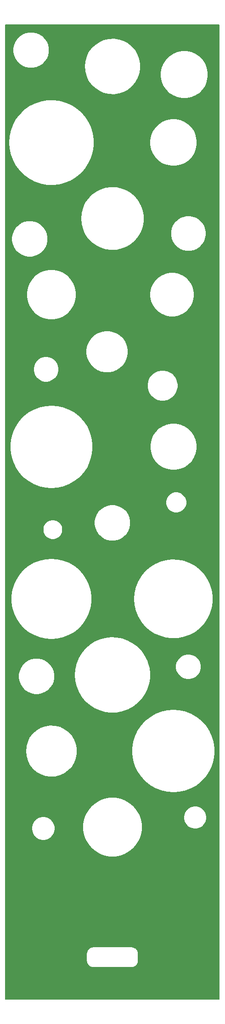
<source format=gtl>
G04 #@! TF.GenerationSoftware,KiCad,Pcbnew,5.1.5+dfsg1-2build2*
G04 #@! TF.CreationDate,2021-12-29T19:23:41+01:00*
G04 #@! TF.ProjectId,wall_usb,77616c6c-5f75-4736-922e-6b696361645f,rev?*
G04 #@! TF.SameCoordinates,Original*
G04 #@! TF.FileFunction,Copper,L1,Top*
G04 #@! TF.FilePolarity,Positive*
%FSLAX46Y46*%
G04 Gerber Fmt 4.6, Leading zero omitted, Abs format (unit mm)*
G04 Created by KiCad (PCBNEW 5.1.5+dfsg1-2build2) date 2021-12-29 19:23:41*
%MOMM*%
%LPD*%
G04 APERTURE LIST*
%ADD10C,0.800000*%
%ADD11C,0.127000*%
G04 APERTURE END LIST*
D10*
X129500000Y-166000000D03*
X112000000Y-162500000D03*
X105000000Y-161500000D03*
X120000000Y-159500000D03*
X119500000Y-153500000D03*
X110000000Y-146000000D03*
X129000000Y-143500000D03*
X119500000Y-130000000D03*
X119000000Y-124500000D03*
X120000000Y-117000000D03*
X127500000Y-118000000D03*
X129000000Y-114000000D03*
X136000000Y-117500000D03*
X136500000Y-115000000D03*
X137500000Y-106000000D03*
X127500000Y-109000000D03*
X126500000Y-105500000D03*
X115500000Y-107000000D03*
X104000000Y-110500000D03*
X105000000Y-107500000D03*
X113500000Y-117000000D03*
X113500000Y-111500000D03*
X104000000Y-116000000D03*
X122500000Y-100500000D03*
X119500000Y-94500000D03*
X121500000Y-88000000D03*
X113000000Y-87000000D03*
X103500000Y-77500000D03*
X112500000Y-77500000D03*
X122000000Y-74000000D03*
X116500000Y-68500000D03*
X124000000Y-67000000D03*
X126000000Y-62500000D03*
X110500000Y-62500000D03*
X111500000Y-54500000D03*
X104000000Y-54000000D03*
X123500000Y-46500000D03*
X128000000Y-53000000D03*
X136000000Y-52500000D03*
X137000000Y-63000000D03*
X135000000Y-83000000D03*
X126500000Y-83000000D03*
X126000000Y-36500000D03*
X119500000Y-42500000D03*
X111500000Y-28500000D03*
X109600000Y-181000000D03*
X114600000Y-187200000D03*
X101600000Y-181200000D03*
X101800000Y-173400000D03*
X102800000Y-167400000D03*
X104600000Y-188400000D03*
X126200000Y-186200000D03*
X138600000Y-185600000D03*
X134800000Y-182800000D03*
D11*
G36*
X139686501Y-20313500D02*
G01*
X139686500Y-199686500D01*
X100313500Y-199686500D01*
X100313500Y-192589163D01*
X115211500Y-192589163D01*
X115212754Y-192601901D01*
X115212711Y-192608129D01*
X115213105Y-192612138D01*
X115233506Y-192806235D01*
X115238762Y-192831844D01*
X115243663Y-192857533D01*
X115244827Y-192861390D01*
X115302539Y-193047827D01*
X115312664Y-193071914D01*
X115322467Y-193096177D01*
X115324356Y-193099729D01*
X115324358Y-193099734D01*
X115324361Y-193099738D01*
X115417183Y-193271410D01*
X115431807Y-193293091D01*
X115446123Y-193314969D01*
X115448663Y-193318083D01*
X115448668Y-193318090D01*
X115448674Y-193318096D01*
X115573073Y-193468468D01*
X115591617Y-193486883D01*
X115609922Y-193505575D01*
X115613020Y-193508137D01*
X115613026Y-193508143D01*
X115613033Y-193508147D01*
X115764268Y-193631492D01*
X115786016Y-193645942D01*
X115807622Y-193660736D01*
X115811161Y-193662649D01*
X115811165Y-193662652D01*
X115811169Y-193662654D01*
X115983488Y-193754277D01*
X116007669Y-193764244D01*
X116031696Y-193774542D01*
X116035538Y-193775731D01*
X116035545Y-193775734D01*
X116035552Y-193775735D01*
X116222381Y-193832142D01*
X116248044Y-193837224D01*
X116273607Y-193842657D01*
X116277604Y-193843077D01*
X116277614Y-193843079D01*
X116277623Y-193843079D01*
X116471847Y-193862123D01*
X116471854Y-193862123D01*
X116485836Y-193863500D01*
X123514164Y-193863500D01*
X123526902Y-193862246D01*
X123533129Y-193862289D01*
X123537138Y-193861895D01*
X123731235Y-193841494D01*
X123756844Y-193836238D01*
X123782533Y-193831337D01*
X123786388Y-193830174D01*
X123786394Y-193830172D01*
X123972827Y-193772461D01*
X123996914Y-193762336D01*
X124021177Y-193752533D01*
X124024729Y-193750644D01*
X124024734Y-193750642D01*
X124024738Y-193750639D01*
X124196410Y-193657817D01*
X124218091Y-193643193D01*
X124239969Y-193628877D01*
X124243083Y-193626337D01*
X124243090Y-193626332D01*
X124243096Y-193626326D01*
X124393468Y-193501927D01*
X124411883Y-193483383D01*
X124430575Y-193465078D01*
X124433137Y-193461980D01*
X124433143Y-193461974D01*
X124433147Y-193461967D01*
X124556492Y-193310732D01*
X124570942Y-193288984D01*
X124585736Y-193267378D01*
X124587649Y-193263839D01*
X124587652Y-193263835D01*
X124587654Y-193263831D01*
X124679277Y-193091512D01*
X124689244Y-193067331D01*
X124699542Y-193043304D01*
X124700731Y-193039462D01*
X124700734Y-193039455D01*
X124700735Y-193039448D01*
X124757142Y-192852619D01*
X124762224Y-192826956D01*
X124767657Y-192801393D01*
X124768077Y-192797396D01*
X124768079Y-192797386D01*
X124768079Y-192797377D01*
X124787123Y-192603153D01*
X124787123Y-192603146D01*
X124788500Y-192589164D01*
X124788500Y-191310836D01*
X124787246Y-191298098D01*
X124787289Y-191291870D01*
X124786895Y-191287861D01*
X124766494Y-191093765D01*
X124761238Y-191068156D01*
X124756337Y-191042467D01*
X124755173Y-191038610D01*
X124697461Y-190852172D01*
X124687330Y-190828072D01*
X124677533Y-190803823D01*
X124675642Y-190800267D01*
X124675642Y-190800266D01*
X124675639Y-190800262D01*
X124582817Y-190628590D01*
X124568186Y-190606897D01*
X124553876Y-190585031D01*
X124551338Y-190581918D01*
X124551332Y-190581910D01*
X124551325Y-190581903D01*
X124426927Y-190431532D01*
X124408383Y-190413117D01*
X124390078Y-190394425D01*
X124386975Y-190391858D01*
X124235732Y-190268508D01*
X124213984Y-190254058D01*
X124192378Y-190239264D01*
X124188843Y-190237353D01*
X124188835Y-190237348D01*
X124188827Y-190237345D01*
X124016512Y-190145723D01*
X123992371Y-190135773D01*
X123968304Y-190125458D01*
X123964456Y-190124267D01*
X123777620Y-190067858D01*
X123751948Y-190062775D01*
X123726393Y-190057343D01*
X123722397Y-190056923D01*
X123722386Y-190056921D01*
X123722376Y-190056921D01*
X123528153Y-190037877D01*
X123528146Y-190037877D01*
X123514164Y-190036500D01*
X116485836Y-190036500D01*
X116473098Y-190037754D01*
X116466870Y-190037711D01*
X116462861Y-190038105D01*
X116268765Y-190058506D01*
X116243156Y-190063762D01*
X116217467Y-190068663D01*
X116213612Y-190069826D01*
X116213606Y-190069828D01*
X116027172Y-190127539D01*
X116003072Y-190137670D01*
X115978823Y-190147467D01*
X115975271Y-190149356D01*
X115975266Y-190149358D01*
X115975265Y-190149359D01*
X115803590Y-190242183D01*
X115781897Y-190256814D01*
X115760031Y-190271124D01*
X115756918Y-190273662D01*
X115756910Y-190273668D01*
X115756903Y-190273675D01*
X115606532Y-190398073D01*
X115588117Y-190416617D01*
X115569425Y-190434922D01*
X115566858Y-190438025D01*
X115443508Y-190589268D01*
X115429058Y-190611016D01*
X115414264Y-190632622D01*
X115412353Y-190636157D01*
X115412348Y-190636165D01*
X115412345Y-190636173D01*
X115320723Y-190808488D01*
X115310773Y-190832629D01*
X115300458Y-190856696D01*
X115299267Y-190860544D01*
X115242858Y-191047380D01*
X115237775Y-191073052D01*
X115232343Y-191098607D01*
X115231923Y-191102603D01*
X115231921Y-191102614D01*
X115231921Y-191102624D01*
X115212877Y-191296847D01*
X115212877Y-191296864D01*
X115211501Y-191310836D01*
X115211500Y-192589163D01*
X100313500Y-192589163D01*
X100313500Y-168036467D01*
X105081963Y-168036467D01*
X105081963Y-168463533D01*
X105165280Y-168882393D01*
X105328711Y-169276951D01*
X105565976Y-169632043D01*
X105867957Y-169934024D01*
X106223049Y-170171289D01*
X106617607Y-170334720D01*
X107036467Y-170418037D01*
X107463533Y-170418037D01*
X107882393Y-170334720D01*
X108276951Y-170171289D01*
X108632043Y-169934024D01*
X108934024Y-169632043D01*
X109171289Y-169276951D01*
X109334720Y-168882393D01*
X109418037Y-168463533D01*
X109418037Y-168036467D01*
X109334720Y-167617607D01*
X109294110Y-167519564D01*
X114508594Y-167519564D01*
X114508594Y-168480436D01*
X114675448Y-169426709D01*
X115004085Y-170329633D01*
X115484521Y-171161772D01*
X116102157Y-171897843D01*
X116838228Y-172515479D01*
X117670367Y-172995915D01*
X118573291Y-173324552D01*
X119519564Y-173491406D01*
X120480436Y-173491406D01*
X121426709Y-173324552D01*
X122329633Y-172995915D01*
X123161772Y-172515479D01*
X123897843Y-171897843D01*
X124515479Y-171161772D01*
X124995915Y-170329633D01*
X125324552Y-169426709D01*
X125491406Y-168480436D01*
X125491406Y-167519564D01*
X125324552Y-166573291D01*
X125131029Y-166041589D01*
X133133972Y-166041589D01*
X133133972Y-166458411D01*
X133215289Y-166867223D01*
X133374800Y-167252315D01*
X133606373Y-167598890D01*
X133901110Y-167893627D01*
X134247685Y-168125200D01*
X134632777Y-168284711D01*
X135041589Y-168366028D01*
X135458411Y-168366028D01*
X135867223Y-168284711D01*
X136252315Y-168125200D01*
X136598890Y-167893627D01*
X136893627Y-167598890D01*
X137125200Y-167252315D01*
X137284711Y-166867223D01*
X137366028Y-166458411D01*
X137366028Y-166041589D01*
X137284711Y-165632777D01*
X137125200Y-165247685D01*
X136893627Y-164901110D01*
X136598890Y-164606373D01*
X136252315Y-164374800D01*
X135867223Y-164215289D01*
X135458411Y-164133972D01*
X135041589Y-164133972D01*
X134632777Y-164215289D01*
X134247685Y-164374800D01*
X133901110Y-164606373D01*
X133606373Y-164901110D01*
X133374800Y-165247685D01*
X133215289Y-165632777D01*
X133133972Y-166041589D01*
X125131029Y-166041589D01*
X124995915Y-165670367D01*
X124515479Y-164838228D01*
X123897843Y-164102157D01*
X123161772Y-163484521D01*
X122329633Y-163004085D01*
X121426709Y-162675448D01*
X120480436Y-162508594D01*
X119519564Y-162508594D01*
X118573291Y-162675448D01*
X117670367Y-163004085D01*
X116838228Y-163484521D01*
X116102157Y-164102157D01*
X115484521Y-164838228D01*
X115004085Y-165670367D01*
X114675448Y-166573291D01*
X114508594Y-167519564D01*
X109294110Y-167519564D01*
X109171289Y-167223049D01*
X108934024Y-166867957D01*
X108632043Y-166565976D01*
X108276951Y-166328711D01*
X107882393Y-166165280D01*
X107463533Y-166081963D01*
X107036467Y-166081963D01*
X106617607Y-166165280D01*
X106223049Y-166328711D01*
X105867957Y-166565976D01*
X105565976Y-166867957D01*
X105328711Y-167223049D01*
X105165280Y-167617607D01*
X105081963Y-168036467D01*
X100313500Y-168036467D01*
X100313500Y-154000000D01*
X103961489Y-154000000D01*
X104048024Y-154906232D01*
X104304500Y-155779710D01*
X104721648Y-156588865D01*
X105284392Y-157304451D01*
X105972391Y-157900606D01*
X106760781Y-158355783D01*
X107621066Y-158653530D01*
X108522153Y-158783087D01*
X109431476Y-158739771D01*
X110316169Y-158525147D01*
X111144256Y-158146972D01*
X111885808Y-157618915D01*
X112514024Y-156960061D01*
X113006198Y-156194223D01*
X113344543Y-155349079D01*
X113516828Y-154455177D01*
X113516828Y-153544823D01*
X113493983Y-153426287D01*
X123594326Y-153426287D01*
X123594326Y-154573713D01*
X123765341Y-155708325D01*
X124103551Y-156804775D01*
X124601401Y-157838570D01*
X125247769Y-158786619D01*
X126028218Y-159627743D01*
X126925312Y-160343152D01*
X127919013Y-160916865D01*
X128987123Y-161336067D01*
X130105782Y-161591394D01*
X131250000Y-161677141D01*
X132394218Y-161591394D01*
X133512877Y-161336067D01*
X134580987Y-160916865D01*
X135574688Y-160343152D01*
X136471782Y-159627743D01*
X137252231Y-158786619D01*
X137898599Y-157838571D01*
X138396449Y-156804775D01*
X138734659Y-155708325D01*
X138905674Y-154573713D01*
X138905674Y-153426287D01*
X138734659Y-152291675D01*
X138396449Y-151195225D01*
X137898599Y-150161430D01*
X137252231Y-149213381D01*
X136471782Y-148372257D01*
X135574688Y-147656848D01*
X134580987Y-147083135D01*
X133512877Y-146663933D01*
X132394218Y-146408606D01*
X131250000Y-146322859D01*
X130105782Y-146408606D01*
X128987123Y-146663933D01*
X127919013Y-147083135D01*
X126925312Y-147656848D01*
X126028218Y-148372257D01*
X125247769Y-149213381D01*
X124601401Y-150161430D01*
X124103551Y-151195225D01*
X123765341Y-152291675D01*
X123594326Y-153426287D01*
X113493983Y-153426287D01*
X113344543Y-152650921D01*
X113006198Y-151805777D01*
X112514024Y-151039939D01*
X111885808Y-150381085D01*
X111144256Y-149853028D01*
X110316169Y-149474853D01*
X109431476Y-149260229D01*
X108522153Y-149216913D01*
X107621066Y-149346470D01*
X106760781Y-149644217D01*
X105972391Y-150099394D01*
X105284392Y-150695549D01*
X104721648Y-151411135D01*
X104304500Y-152220290D01*
X104048024Y-153093768D01*
X103961489Y-154000000D01*
X100313500Y-154000000D01*
X100313500Y-139920809D01*
X102657672Y-139920809D01*
X102657672Y-140579191D01*
X102786116Y-141224921D01*
X103038067Y-141833186D01*
X103403844Y-142380610D01*
X103869390Y-142846156D01*
X104416814Y-143211933D01*
X105025079Y-143463884D01*
X105670809Y-143592328D01*
X106329191Y-143592328D01*
X106974921Y-143463884D01*
X107583186Y-143211933D01*
X108130610Y-142846156D01*
X108596156Y-142380610D01*
X108961933Y-141833186D01*
X109213884Y-141224921D01*
X109342328Y-140579191D01*
X109342328Y-140000000D01*
X112970668Y-140000000D01*
X113053049Y-141073022D01*
X113298260Y-142120894D01*
X113700555Y-143119054D01*
X114250503Y-144044106D01*
X114935215Y-144874367D01*
X115738640Y-145590378D01*
X116641949Y-146175354D01*
X117623967Y-146615586D01*
X118661678Y-146900754D01*
X119730757Y-147024174D01*
X120806148Y-146982953D01*
X121862643Y-146778058D01*
X122875479Y-146414291D01*
X123820917Y-145900178D01*
X124676795Y-145247770D01*
X125423054Y-144472359D01*
X126042200Y-143592120D01*
X126519723Y-142627684D01*
X126844428Y-141601658D01*
X127008707Y-140538090D01*
X127008707Y-139461910D01*
X126844428Y-138398342D01*
X126802958Y-138267301D01*
X131637368Y-138267301D01*
X131637368Y-138732699D01*
X131728162Y-139189154D01*
X131906262Y-139619126D01*
X132164824Y-140006090D01*
X132493910Y-140335176D01*
X132880874Y-140593738D01*
X133310846Y-140771838D01*
X133767301Y-140862632D01*
X134232699Y-140862632D01*
X134689154Y-140771838D01*
X135119126Y-140593738D01*
X135506090Y-140335176D01*
X135835176Y-140006090D01*
X136093738Y-139619126D01*
X136271838Y-139189154D01*
X136362632Y-138732699D01*
X136362632Y-138267301D01*
X136271838Y-137810846D01*
X136093738Y-137380874D01*
X135835176Y-136993910D01*
X135506090Y-136664824D01*
X135119126Y-136406262D01*
X134689154Y-136228162D01*
X134232699Y-136137368D01*
X133767301Y-136137368D01*
X133310846Y-136228162D01*
X132880874Y-136406262D01*
X132493910Y-136664824D01*
X132164824Y-136993910D01*
X131906262Y-137380874D01*
X131728162Y-137810846D01*
X131637368Y-138267301D01*
X126802958Y-138267301D01*
X126519723Y-137372316D01*
X126042200Y-136407880D01*
X125423054Y-135527641D01*
X124676795Y-134752230D01*
X123820917Y-134099822D01*
X122875479Y-133585709D01*
X121862643Y-133221942D01*
X120806148Y-133017047D01*
X119730757Y-132975826D01*
X118661678Y-133099246D01*
X117623967Y-133384414D01*
X116641949Y-133824646D01*
X115738640Y-134409622D01*
X114935215Y-135125633D01*
X114250503Y-135955894D01*
X113700555Y-136880946D01*
X113298260Y-137879106D01*
X113053049Y-138926978D01*
X112970668Y-140000000D01*
X109342328Y-140000000D01*
X109342328Y-139920809D01*
X109213884Y-139275079D01*
X108961933Y-138666814D01*
X108596156Y-138119390D01*
X108130610Y-137653844D01*
X107583186Y-137288067D01*
X106974921Y-137036116D01*
X106329191Y-136907672D01*
X105670809Y-136907672D01*
X105025079Y-137036116D01*
X104416814Y-137288067D01*
X103869390Y-137653844D01*
X103403844Y-138119390D01*
X103038067Y-138666814D01*
X102786116Y-139275079D01*
X102657672Y-139920809D01*
X100313500Y-139920809D01*
X100313500Y-125441824D01*
X101301654Y-125441824D01*
X101301654Y-126558176D01*
X101468038Y-127662060D01*
X101797089Y-128728817D01*
X102281456Y-129734615D01*
X102910320Y-130656989D01*
X103669633Y-131475334D01*
X104542432Y-132171368D01*
X105509222Y-132729545D01*
X106548406Y-133137394D01*
X107636769Y-133385806D01*
X108750000Y-133469231D01*
X109863231Y-133385806D01*
X110951594Y-133137394D01*
X111990778Y-132729545D01*
X112957568Y-132171368D01*
X113830367Y-131475334D01*
X114589680Y-130656989D01*
X115218544Y-129734616D01*
X115702911Y-128728817D01*
X116031962Y-127662060D01*
X116198346Y-126558176D01*
X116198346Y-126000000D01*
X123918337Y-126000000D01*
X124004261Y-127119173D01*
X124260019Y-128212114D01*
X124679616Y-129253204D01*
X125253218Y-130218043D01*
X125967378Y-131084013D01*
X126805360Y-131830819D01*
X127747519Y-132440956D01*
X128771774Y-132900122D01*
X129854117Y-133197555D01*
X130969177Y-133326283D01*
X132090820Y-133283289D01*
X133192755Y-133069582D01*
X134249153Y-132690169D01*
X135235254Y-132153944D01*
X136127944Y-131473477D01*
X136906299Y-130664715D01*
X137552075Y-129746617D01*
X138050135Y-128740701D01*
X138388807Y-127670545D01*
X138560150Y-126561233D01*
X138560150Y-125438767D01*
X138388807Y-124329455D01*
X138050135Y-123259299D01*
X137552075Y-122253383D01*
X136906299Y-121335285D01*
X136127944Y-120526523D01*
X135235254Y-119846056D01*
X134249153Y-119309831D01*
X133192755Y-118930418D01*
X132090820Y-118716711D01*
X130969177Y-118673717D01*
X129854117Y-118802445D01*
X128771774Y-119099878D01*
X127747519Y-119559044D01*
X126805360Y-120169181D01*
X125967378Y-120915987D01*
X125253218Y-121781957D01*
X124679616Y-122746796D01*
X124260019Y-123787886D01*
X124004261Y-124880827D01*
X123918337Y-126000000D01*
X116198346Y-126000000D01*
X116198346Y-125441824D01*
X116031962Y-124337940D01*
X115702911Y-123271183D01*
X115218544Y-122265385D01*
X114589680Y-121343011D01*
X113830367Y-120524666D01*
X112957568Y-119828632D01*
X111990778Y-119270455D01*
X110951594Y-118862606D01*
X109863231Y-118614194D01*
X108750000Y-118530769D01*
X107636769Y-118614194D01*
X106548406Y-118862606D01*
X105509222Y-119270455D01*
X104542432Y-119828632D01*
X103669633Y-120524666D01*
X102910320Y-121343011D01*
X102281456Y-122265385D01*
X101797089Y-123271183D01*
X101468038Y-124337940D01*
X101301654Y-125441824D01*
X100313500Y-125441824D01*
X100313500Y-113071978D01*
X107192508Y-113071978D01*
X107192508Y-113428022D01*
X107261969Y-113777226D01*
X107398221Y-114106169D01*
X107596029Y-114402209D01*
X107847791Y-114653971D01*
X108143831Y-114851779D01*
X108472774Y-114988031D01*
X108821978Y-115057492D01*
X109178022Y-115057492D01*
X109527226Y-114988031D01*
X109856169Y-114851779D01*
X110152209Y-114653971D01*
X110403971Y-114402209D01*
X110601779Y-114106169D01*
X110738031Y-113777226D01*
X110807492Y-113428022D01*
X110807492Y-113071978D01*
X110738031Y-112722774D01*
X110601779Y-112393831D01*
X110403971Y-112097791D01*
X110152209Y-111846029D01*
X109889975Y-111670809D01*
X116657672Y-111670809D01*
X116657672Y-112329191D01*
X116786116Y-112974921D01*
X117038067Y-113583186D01*
X117403844Y-114130610D01*
X117869390Y-114596156D01*
X118416814Y-114961933D01*
X119025079Y-115213884D01*
X119670809Y-115342328D01*
X120329191Y-115342328D01*
X120974921Y-115213884D01*
X121583186Y-114961933D01*
X122130610Y-114596156D01*
X122596156Y-114130610D01*
X122961933Y-113583186D01*
X123213884Y-112974921D01*
X123342328Y-112329191D01*
X123342328Y-111670809D01*
X123213884Y-111025079D01*
X122961933Y-110416814D01*
X122596156Y-109869390D01*
X122130610Y-109403844D01*
X121583186Y-109038067D01*
X120974921Y-108786116D01*
X120329191Y-108657672D01*
X119670809Y-108657672D01*
X119025079Y-108786116D01*
X118416814Y-109038067D01*
X117869390Y-109403844D01*
X117403844Y-109869390D01*
X117038067Y-110416814D01*
X116786116Y-111025079D01*
X116657672Y-111670809D01*
X109889975Y-111670809D01*
X109856169Y-111648221D01*
X109527226Y-111511969D01*
X109178022Y-111442508D01*
X108821978Y-111442508D01*
X108472774Y-111511969D01*
X108143831Y-111648221D01*
X107847791Y-111846029D01*
X107596029Y-112097791D01*
X107398221Y-112393831D01*
X107261969Y-112722774D01*
X107192508Y-113071978D01*
X100313500Y-113071978D01*
X100313500Y-108059882D01*
X129819701Y-108059882D01*
X129819701Y-108440118D01*
X129893881Y-108813047D01*
X130039391Y-109164339D01*
X130250639Y-109480494D01*
X130519506Y-109749361D01*
X130835661Y-109960609D01*
X131186953Y-110106119D01*
X131559882Y-110180299D01*
X131940118Y-110180299D01*
X132313047Y-110106119D01*
X132664339Y-109960609D01*
X132980494Y-109749361D01*
X133249361Y-109480494D01*
X133460609Y-109164339D01*
X133606119Y-108813047D01*
X133680299Y-108440118D01*
X133680299Y-108059882D01*
X133606119Y-107686953D01*
X133460609Y-107335661D01*
X133249361Y-107019506D01*
X132980494Y-106750639D01*
X132664339Y-106539391D01*
X132313047Y-106393881D01*
X131940118Y-106319701D01*
X131559882Y-106319701D01*
X131186953Y-106393881D01*
X130835661Y-106539391D01*
X130519506Y-106750639D01*
X130250639Y-107019506D01*
X130039391Y-107335661D01*
X129893881Y-107686953D01*
X129819701Y-108059882D01*
X100313500Y-108059882D01*
X100313500Y-97426287D01*
X101094326Y-97426287D01*
X101094326Y-98573713D01*
X101265341Y-99708325D01*
X101603551Y-100804775D01*
X102101401Y-101838570D01*
X102747769Y-102786619D01*
X103528218Y-103627743D01*
X104425312Y-104343152D01*
X105419013Y-104916865D01*
X106487123Y-105336067D01*
X107605782Y-105591394D01*
X108750000Y-105677141D01*
X109894218Y-105591394D01*
X111012877Y-105336067D01*
X112080987Y-104916865D01*
X113074688Y-104343152D01*
X113971782Y-103627743D01*
X114752231Y-102786619D01*
X115398599Y-101838571D01*
X115896449Y-100804775D01*
X116234659Y-99708325D01*
X116405674Y-98573713D01*
X116405674Y-97572792D01*
X126912487Y-97572792D01*
X126912487Y-98427208D01*
X127079176Y-99265206D01*
X127406146Y-100054583D01*
X127880834Y-100765003D01*
X128484997Y-101369166D01*
X129195417Y-101843854D01*
X129984794Y-102170824D01*
X130822792Y-102337513D01*
X131677208Y-102337513D01*
X132515206Y-102170824D01*
X133304583Y-101843854D01*
X134015003Y-101369166D01*
X134619166Y-100765003D01*
X135093854Y-100054583D01*
X135420824Y-99265206D01*
X135587513Y-98427208D01*
X135587513Y-97572792D01*
X135420824Y-96734794D01*
X135093854Y-95945417D01*
X134619166Y-95234997D01*
X134015003Y-94630834D01*
X133304583Y-94156146D01*
X132515206Y-93829176D01*
X131677208Y-93662487D01*
X130822792Y-93662487D01*
X129984794Y-93829176D01*
X129195417Y-94156146D01*
X128484997Y-94630834D01*
X127880834Y-95234997D01*
X127406146Y-95945417D01*
X127079176Y-96734794D01*
X126912487Y-97572792D01*
X116405674Y-97572792D01*
X116405674Y-97426287D01*
X116234659Y-96291675D01*
X115896449Y-95195225D01*
X115398599Y-94161430D01*
X114752231Y-93213381D01*
X113971782Y-92372257D01*
X113074688Y-91656848D01*
X112080987Y-91083135D01*
X111012877Y-90663933D01*
X109894218Y-90408606D01*
X108750000Y-90322859D01*
X107605782Y-90408606D01*
X106487123Y-90663933D01*
X105419013Y-91083135D01*
X104425312Y-91656848D01*
X103528218Y-92372257D01*
X102747769Y-93213381D01*
X102101401Y-94161430D01*
X101603551Y-95195225D01*
X101265341Y-96291675D01*
X101094326Y-97426287D01*
X100313500Y-97426287D01*
X100313500Y-86469818D01*
X126405264Y-86469818D01*
X126405264Y-87030182D01*
X126514586Y-87579779D01*
X126729028Y-88097488D01*
X127040350Y-88563413D01*
X127436587Y-88959650D01*
X127902512Y-89270972D01*
X128420221Y-89485414D01*
X128969818Y-89594736D01*
X129530182Y-89594736D01*
X130079779Y-89485414D01*
X130597488Y-89270972D01*
X131063413Y-88959650D01*
X131459650Y-88563413D01*
X131770972Y-88097488D01*
X131985414Y-87579779D01*
X132094736Y-87030182D01*
X132094736Y-86469818D01*
X131985414Y-85920221D01*
X131770972Y-85402512D01*
X131459650Y-84936587D01*
X131063413Y-84540350D01*
X130597488Y-84229028D01*
X130079779Y-84014586D01*
X129530182Y-83905264D01*
X128969818Y-83905264D01*
X128420221Y-84014586D01*
X127902512Y-84229028D01*
X127436587Y-84540350D01*
X127040350Y-84936587D01*
X126729028Y-85402512D01*
X126514586Y-85920221D01*
X126405264Y-86469818D01*
X100313500Y-86469818D01*
X100313500Y-83518827D01*
X105402857Y-83518827D01*
X105402857Y-83981173D01*
X105493056Y-84434636D01*
X105669989Y-84861789D01*
X105926855Y-85246217D01*
X106253783Y-85573145D01*
X106638211Y-85830011D01*
X107065364Y-86006944D01*
X107518827Y-86097143D01*
X107981173Y-86097143D01*
X108434636Y-86006944D01*
X108861789Y-85830011D01*
X109246217Y-85573145D01*
X109573145Y-85246217D01*
X109830011Y-84861789D01*
X110006944Y-84434636D01*
X110097143Y-83981173D01*
X110097143Y-83518827D01*
X110006944Y-83065364D01*
X109830011Y-82638211D01*
X109573145Y-82253783D01*
X109246217Y-81926855D01*
X108861789Y-81669989D01*
X108434636Y-81493056D01*
X107981173Y-81402857D01*
X107518827Y-81402857D01*
X107065364Y-81493056D01*
X106638211Y-81669989D01*
X106253783Y-81926855D01*
X105926855Y-82253783D01*
X105669989Y-82638211D01*
X105493056Y-83065364D01*
X105402857Y-83518827D01*
X100313500Y-83518827D01*
X100313500Y-80118318D01*
X115124717Y-80118318D01*
X115124717Y-80881682D01*
X115273642Y-81630378D01*
X115565769Y-82335635D01*
X115989871Y-82970349D01*
X116529651Y-83510129D01*
X117164365Y-83934231D01*
X117869622Y-84226358D01*
X118618318Y-84375283D01*
X119381682Y-84375283D01*
X120130378Y-84226358D01*
X120835635Y-83934231D01*
X121470349Y-83510129D01*
X122010129Y-82970349D01*
X122434231Y-82335635D01*
X122726358Y-81630378D01*
X122875283Y-80881682D01*
X122875283Y-80118318D01*
X122726358Y-79369622D01*
X122434231Y-78664365D01*
X122010129Y-78029651D01*
X121470349Y-77489871D01*
X120835635Y-77065769D01*
X120130378Y-76773642D01*
X119381682Y-76624717D01*
X118618318Y-76624717D01*
X117869622Y-76773642D01*
X117164365Y-77065769D01*
X116529651Y-77489871D01*
X115989871Y-78029651D01*
X115565769Y-78664365D01*
X115273642Y-79369622D01*
X115124717Y-80118318D01*
X100313500Y-80118318D01*
X100313500Y-69547568D01*
X104156380Y-69547568D01*
X104156380Y-70452432D01*
X104332910Y-71339910D01*
X104679186Y-72175895D01*
X105181902Y-72928262D01*
X105821738Y-73568098D01*
X106574105Y-74070814D01*
X107410090Y-74417090D01*
X108297568Y-74593620D01*
X109202432Y-74593620D01*
X110089910Y-74417090D01*
X110925895Y-74070814D01*
X111678262Y-73568098D01*
X112318098Y-72928262D01*
X112820814Y-72175895D01*
X113167090Y-71339910D01*
X113343620Y-70452432D01*
X113343620Y-69596481D01*
X126903000Y-69596481D01*
X126903000Y-70403519D01*
X127060445Y-71195051D01*
X127369285Y-71940657D01*
X127817652Y-72611685D01*
X128388315Y-73182348D01*
X129059343Y-73630715D01*
X129804949Y-73939555D01*
X130596481Y-74097000D01*
X131403519Y-74097000D01*
X132195051Y-73939555D01*
X132940657Y-73630715D01*
X133611685Y-73182348D01*
X134182348Y-72611685D01*
X134630715Y-71940657D01*
X134939555Y-71195051D01*
X135097000Y-70403519D01*
X135097000Y-69596481D01*
X134939555Y-68804949D01*
X134630715Y-68059343D01*
X134182348Y-67388315D01*
X133611685Y-66817652D01*
X132940657Y-66369285D01*
X132195051Y-66060445D01*
X131403519Y-65903000D01*
X130596481Y-65903000D01*
X129804949Y-66060445D01*
X129059343Y-66369285D01*
X128388315Y-66817652D01*
X127817652Y-67388315D01*
X127369285Y-68059343D01*
X127060445Y-68804949D01*
X126903000Y-69596481D01*
X113343620Y-69596481D01*
X113343620Y-69547568D01*
X113167090Y-68660090D01*
X112820814Y-67824105D01*
X112318098Y-67071738D01*
X111678262Y-66431902D01*
X110925895Y-65929186D01*
X110089910Y-65582910D01*
X109202432Y-65406380D01*
X108297568Y-65406380D01*
X107410090Y-65582910D01*
X106574105Y-65929186D01*
X105821738Y-66431902D01*
X105181902Y-67071738D01*
X104679186Y-67824105D01*
X104332910Y-68660090D01*
X104156380Y-69547568D01*
X100313500Y-69547568D01*
X100313500Y-59420809D01*
X101407672Y-59420809D01*
X101407672Y-60079191D01*
X101536116Y-60724921D01*
X101788067Y-61333186D01*
X102153844Y-61880610D01*
X102619390Y-62346156D01*
X103166814Y-62711933D01*
X103775079Y-62963884D01*
X104420809Y-63092328D01*
X105079191Y-63092328D01*
X105724921Y-62963884D01*
X106333186Y-62711933D01*
X106880610Y-62346156D01*
X107346156Y-61880610D01*
X107711933Y-61333186D01*
X107963884Y-60724921D01*
X108092328Y-60079191D01*
X108092328Y-59420809D01*
X107963884Y-58775079D01*
X107711933Y-58166814D01*
X107346156Y-57619390D01*
X106880610Y-57153844D01*
X106333186Y-56788067D01*
X105724921Y-56536116D01*
X105079191Y-56407672D01*
X104420809Y-56407672D01*
X103775079Y-56536116D01*
X103166814Y-56788067D01*
X102619390Y-57153844D01*
X102153844Y-57619390D01*
X101788067Y-58166814D01*
X101536116Y-58775079D01*
X101407672Y-59420809D01*
X100313500Y-59420809D01*
X100313500Y-56000000D01*
X114135821Y-56000000D01*
X114220172Y-56991051D01*
X114470798Y-57953591D01*
X114880489Y-58859930D01*
X115437459Y-59683995D01*
X116125685Y-60402077D01*
X116925368Y-60993519D01*
X117813503Y-61441307D01*
X118764539Y-61732559D01*
X119751117Y-61858895D01*
X120744855Y-61816682D01*
X121717165Y-61607133D01*
X122640075Y-61236277D01*
X123487035Y-60714783D01*
X124233680Y-60057653D01*
X124858529Y-59283792D01*
X125336577Y-58428046D01*
X130731142Y-58428046D01*
X130731142Y-59071954D01*
X130856762Y-59703491D01*
X131103175Y-60298385D01*
X131460912Y-60833776D01*
X131916224Y-61289088D01*
X132451615Y-61646825D01*
X133046509Y-61893238D01*
X133678046Y-62018858D01*
X134321954Y-62018858D01*
X134953491Y-61893238D01*
X135548385Y-61646825D01*
X136083776Y-61289088D01*
X136539088Y-60833776D01*
X136896825Y-60298385D01*
X137143238Y-59703491D01*
X137268858Y-59071954D01*
X137268858Y-58428046D01*
X137143238Y-57796509D01*
X136896825Y-57201615D01*
X136539088Y-56666224D01*
X136083776Y-56210912D01*
X135548385Y-55853175D01*
X134953491Y-55606762D01*
X134321954Y-55481142D01*
X133678046Y-55481142D01*
X133046509Y-55606762D01*
X132451615Y-55853175D01*
X131916224Y-56210912D01*
X131460912Y-56666224D01*
X131103175Y-57201615D01*
X130856762Y-57796509D01*
X130731142Y-58428046D01*
X125336577Y-58428046D01*
X125343607Y-58415463D01*
X125674959Y-57477644D01*
X125843053Y-56497317D01*
X125843053Y-55502683D01*
X125674959Y-54522356D01*
X125343607Y-53584537D01*
X124858529Y-52716208D01*
X124233680Y-51942347D01*
X123487035Y-51285217D01*
X122640075Y-50763723D01*
X121717165Y-50392867D01*
X120744855Y-50183318D01*
X119751117Y-50141105D01*
X118764539Y-50267441D01*
X117813503Y-50558693D01*
X116925368Y-51006481D01*
X116125685Y-51597923D01*
X115437459Y-52316005D01*
X114880489Y-53140070D01*
X114470798Y-54046409D01*
X114220172Y-55008949D01*
X114135821Y-56000000D01*
X100313500Y-56000000D01*
X100313500Y-42000000D01*
X100854093Y-42000000D01*
X100938237Y-43149653D01*
X101188875Y-44274804D01*
X101600665Y-45351471D01*
X102164831Y-46356707D01*
X102869348Y-47269087D01*
X103699201Y-48069166D01*
X104636704Y-48739892D01*
X105661873Y-49266968D01*
X106752862Y-49639161D01*
X107886415Y-49848539D01*
X109038374Y-49890639D01*
X110184188Y-49764564D01*
X111299434Y-49473000D01*
X112360343Y-49022163D01*
X113344304Y-48421660D01*
X114230345Y-47684291D01*
X114999583Y-46825771D01*
X115635621Y-45864398D01*
X116124904Y-44820662D01*
X116457004Y-43716808D01*
X116624843Y-42576364D01*
X116624843Y-41569741D01*
X126881508Y-41569741D01*
X126881508Y-42430259D01*
X127049387Y-43274242D01*
X127378693Y-44069257D01*
X127856771Y-44784751D01*
X128465249Y-45393229D01*
X129180743Y-45871307D01*
X129975758Y-46200613D01*
X130819741Y-46368492D01*
X131680259Y-46368492D01*
X132524242Y-46200613D01*
X133319257Y-45871307D01*
X134034751Y-45393229D01*
X134643229Y-44784751D01*
X135121307Y-44069257D01*
X135450613Y-43274242D01*
X135618492Y-42430259D01*
X135618492Y-41569741D01*
X135450613Y-40725758D01*
X135121307Y-39930743D01*
X134643229Y-39215249D01*
X134034751Y-38606771D01*
X133319257Y-38128693D01*
X132524242Y-37799387D01*
X131680259Y-37631508D01*
X130819741Y-37631508D01*
X129975758Y-37799387D01*
X129180743Y-38128693D01*
X128465249Y-38606771D01*
X127856771Y-39215249D01*
X127378693Y-39930743D01*
X127049387Y-40725758D01*
X126881508Y-41569741D01*
X116624843Y-41569741D01*
X116624843Y-41423636D01*
X116457004Y-40283192D01*
X116124904Y-39179338D01*
X115635621Y-38135602D01*
X114999583Y-37174229D01*
X114230345Y-36315709D01*
X113344304Y-35578340D01*
X112360343Y-34977837D01*
X111299434Y-34527000D01*
X110184188Y-34235436D01*
X109038374Y-34109361D01*
X107886415Y-34151461D01*
X106752862Y-34360839D01*
X105661873Y-34733032D01*
X104636704Y-35260108D01*
X103699201Y-35930834D01*
X102869348Y-36730913D01*
X102164831Y-37643293D01*
X101600665Y-38648529D01*
X101188875Y-39725196D01*
X100938237Y-40850347D01*
X100854093Y-42000000D01*
X100313500Y-42000000D01*
X100313500Y-24670809D01*
X101657672Y-24670809D01*
X101657672Y-25329191D01*
X101786116Y-25974921D01*
X102038067Y-26583186D01*
X102403844Y-27130610D01*
X102869390Y-27596156D01*
X103416814Y-27961933D01*
X104025079Y-28213884D01*
X104670809Y-28342328D01*
X105329191Y-28342328D01*
X105974921Y-28213884D01*
X106491283Y-28000000D01*
X114813198Y-28000000D01*
X114896552Y-28926139D01*
X115143935Y-29822512D01*
X115547396Y-30660307D01*
X116093967Y-31412598D01*
X116766082Y-32055205D01*
X117542137Y-32567475D01*
X118397190Y-32932942D01*
X119303759Y-33139860D01*
X120232705Y-33181579D01*
X121154172Y-33056758D01*
X122038543Y-32769408D01*
X122857394Y-32328766D01*
X123584405Y-31748994D01*
X124196211Y-31048726D01*
X124673147Y-30250469D01*
X124999884Y-29379880D01*
X125056852Y-29065960D01*
X128843118Y-29065960D01*
X128843118Y-29934040D01*
X129012472Y-30785440D01*
X129344672Y-31587441D01*
X129826951Y-32309224D01*
X130440776Y-32923049D01*
X131162559Y-33405328D01*
X131964560Y-33737528D01*
X132815960Y-33906882D01*
X133684040Y-33906882D01*
X134535440Y-33737528D01*
X135337441Y-33405328D01*
X136059224Y-32923049D01*
X136673049Y-32309224D01*
X137155328Y-31587441D01*
X137487528Y-30785440D01*
X137656882Y-29934040D01*
X137656882Y-29065960D01*
X137487528Y-28214560D01*
X137155328Y-27412559D01*
X136673049Y-26690776D01*
X136059224Y-26076951D01*
X135337441Y-25594672D01*
X134535440Y-25262472D01*
X133684040Y-25093118D01*
X132815960Y-25093118D01*
X131964560Y-25262472D01*
X131162559Y-25594672D01*
X130440776Y-26076951D01*
X129826951Y-26690776D01*
X129344672Y-27412559D01*
X129012472Y-28214560D01*
X128843118Y-29065960D01*
X125056852Y-29065960D01*
X125165921Y-28464941D01*
X125165921Y-27535059D01*
X124999884Y-26620120D01*
X124673147Y-25749531D01*
X124196211Y-24951274D01*
X123584405Y-24251006D01*
X122857394Y-23671234D01*
X122038543Y-23230592D01*
X121154172Y-22943242D01*
X120232705Y-22818421D01*
X119303759Y-22860140D01*
X118397190Y-23067058D01*
X117542137Y-23432525D01*
X116766082Y-23944795D01*
X116093967Y-24587402D01*
X115547396Y-25339693D01*
X115143935Y-26177488D01*
X114896552Y-27073861D01*
X114813198Y-28000000D01*
X106491283Y-28000000D01*
X106583186Y-27961933D01*
X107130610Y-27596156D01*
X107596156Y-27130610D01*
X107961933Y-26583186D01*
X108213884Y-25974921D01*
X108342328Y-25329191D01*
X108342328Y-24670809D01*
X108213884Y-24025079D01*
X107961933Y-23416814D01*
X107596156Y-22869390D01*
X107130610Y-22403844D01*
X106583186Y-22038067D01*
X105974921Y-21786116D01*
X105329191Y-21657672D01*
X104670809Y-21657672D01*
X104025079Y-21786116D01*
X103416814Y-22038067D01*
X102869390Y-22403844D01*
X102403844Y-22869390D01*
X102038067Y-23416814D01*
X101786116Y-24025079D01*
X101657672Y-24670809D01*
X100313500Y-24670809D01*
X100313500Y-20313498D01*
X139686501Y-20313500D01*
G37*
X139686501Y-20313500D02*
X139686500Y-199686500D01*
X100313500Y-199686500D01*
X100313500Y-192589163D01*
X115211500Y-192589163D01*
X115212754Y-192601901D01*
X115212711Y-192608129D01*
X115213105Y-192612138D01*
X115233506Y-192806235D01*
X115238762Y-192831844D01*
X115243663Y-192857533D01*
X115244827Y-192861390D01*
X115302539Y-193047827D01*
X115312664Y-193071914D01*
X115322467Y-193096177D01*
X115324356Y-193099729D01*
X115324358Y-193099734D01*
X115324361Y-193099738D01*
X115417183Y-193271410D01*
X115431807Y-193293091D01*
X115446123Y-193314969D01*
X115448663Y-193318083D01*
X115448668Y-193318090D01*
X115448674Y-193318096D01*
X115573073Y-193468468D01*
X115591617Y-193486883D01*
X115609922Y-193505575D01*
X115613020Y-193508137D01*
X115613026Y-193508143D01*
X115613033Y-193508147D01*
X115764268Y-193631492D01*
X115786016Y-193645942D01*
X115807622Y-193660736D01*
X115811161Y-193662649D01*
X115811165Y-193662652D01*
X115811169Y-193662654D01*
X115983488Y-193754277D01*
X116007669Y-193764244D01*
X116031696Y-193774542D01*
X116035538Y-193775731D01*
X116035545Y-193775734D01*
X116035552Y-193775735D01*
X116222381Y-193832142D01*
X116248044Y-193837224D01*
X116273607Y-193842657D01*
X116277604Y-193843077D01*
X116277614Y-193843079D01*
X116277623Y-193843079D01*
X116471847Y-193862123D01*
X116471854Y-193862123D01*
X116485836Y-193863500D01*
X123514164Y-193863500D01*
X123526902Y-193862246D01*
X123533129Y-193862289D01*
X123537138Y-193861895D01*
X123731235Y-193841494D01*
X123756844Y-193836238D01*
X123782533Y-193831337D01*
X123786388Y-193830174D01*
X123786394Y-193830172D01*
X123972827Y-193772461D01*
X123996914Y-193762336D01*
X124021177Y-193752533D01*
X124024729Y-193750644D01*
X124024734Y-193750642D01*
X124024738Y-193750639D01*
X124196410Y-193657817D01*
X124218091Y-193643193D01*
X124239969Y-193628877D01*
X124243083Y-193626337D01*
X124243090Y-193626332D01*
X124243096Y-193626326D01*
X124393468Y-193501927D01*
X124411883Y-193483383D01*
X124430575Y-193465078D01*
X124433137Y-193461980D01*
X124433143Y-193461974D01*
X124433147Y-193461967D01*
X124556492Y-193310732D01*
X124570942Y-193288984D01*
X124585736Y-193267378D01*
X124587649Y-193263839D01*
X124587652Y-193263835D01*
X124587654Y-193263831D01*
X124679277Y-193091512D01*
X124689244Y-193067331D01*
X124699542Y-193043304D01*
X124700731Y-193039462D01*
X124700734Y-193039455D01*
X124700735Y-193039448D01*
X124757142Y-192852619D01*
X124762224Y-192826956D01*
X124767657Y-192801393D01*
X124768077Y-192797396D01*
X124768079Y-192797386D01*
X124768079Y-192797377D01*
X124787123Y-192603153D01*
X124787123Y-192603146D01*
X124788500Y-192589164D01*
X124788500Y-191310836D01*
X124787246Y-191298098D01*
X124787289Y-191291870D01*
X124786895Y-191287861D01*
X124766494Y-191093765D01*
X124761238Y-191068156D01*
X124756337Y-191042467D01*
X124755173Y-191038610D01*
X124697461Y-190852172D01*
X124687330Y-190828072D01*
X124677533Y-190803823D01*
X124675642Y-190800267D01*
X124675642Y-190800266D01*
X124675639Y-190800262D01*
X124582817Y-190628590D01*
X124568186Y-190606897D01*
X124553876Y-190585031D01*
X124551338Y-190581918D01*
X124551332Y-190581910D01*
X124551325Y-190581903D01*
X124426927Y-190431532D01*
X124408383Y-190413117D01*
X124390078Y-190394425D01*
X124386975Y-190391858D01*
X124235732Y-190268508D01*
X124213984Y-190254058D01*
X124192378Y-190239264D01*
X124188843Y-190237353D01*
X124188835Y-190237348D01*
X124188827Y-190237345D01*
X124016512Y-190145723D01*
X123992371Y-190135773D01*
X123968304Y-190125458D01*
X123964456Y-190124267D01*
X123777620Y-190067858D01*
X123751948Y-190062775D01*
X123726393Y-190057343D01*
X123722397Y-190056923D01*
X123722386Y-190056921D01*
X123722376Y-190056921D01*
X123528153Y-190037877D01*
X123528146Y-190037877D01*
X123514164Y-190036500D01*
X116485836Y-190036500D01*
X116473098Y-190037754D01*
X116466870Y-190037711D01*
X116462861Y-190038105D01*
X116268765Y-190058506D01*
X116243156Y-190063762D01*
X116217467Y-190068663D01*
X116213612Y-190069826D01*
X116213606Y-190069828D01*
X116027172Y-190127539D01*
X116003072Y-190137670D01*
X115978823Y-190147467D01*
X115975271Y-190149356D01*
X115975266Y-190149358D01*
X115975265Y-190149359D01*
X115803590Y-190242183D01*
X115781897Y-190256814D01*
X115760031Y-190271124D01*
X115756918Y-190273662D01*
X115756910Y-190273668D01*
X115756903Y-190273675D01*
X115606532Y-190398073D01*
X115588117Y-190416617D01*
X115569425Y-190434922D01*
X115566858Y-190438025D01*
X115443508Y-190589268D01*
X115429058Y-190611016D01*
X115414264Y-190632622D01*
X115412353Y-190636157D01*
X115412348Y-190636165D01*
X115412345Y-190636173D01*
X115320723Y-190808488D01*
X115310773Y-190832629D01*
X115300458Y-190856696D01*
X115299267Y-190860544D01*
X115242858Y-191047380D01*
X115237775Y-191073052D01*
X115232343Y-191098607D01*
X115231923Y-191102603D01*
X115231921Y-191102614D01*
X115231921Y-191102624D01*
X115212877Y-191296847D01*
X115212877Y-191296864D01*
X115211501Y-191310836D01*
X115211500Y-192589163D01*
X100313500Y-192589163D01*
X100313500Y-168036467D01*
X105081963Y-168036467D01*
X105081963Y-168463533D01*
X105165280Y-168882393D01*
X105328711Y-169276951D01*
X105565976Y-169632043D01*
X105867957Y-169934024D01*
X106223049Y-170171289D01*
X106617607Y-170334720D01*
X107036467Y-170418037D01*
X107463533Y-170418037D01*
X107882393Y-170334720D01*
X108276951Y-170171289D01*
X108632043Y-169934024D01*
X108934024Y-169632043D01*
X109171289Y-169276951D01*
X109334720Y-168882393D01*
X109418037Y-168463533D01*
X109418037Y-168036467D01*
X109334720Y-167617607D01*
X109294110Y-167519564D01*
X114508594Y-167519564D01*
X114508594Y-168480436D01*
X114675448Y-169426709D01*
X115004085Y-170329633D01*
X115484521Y-171161772D01*
X116102157Y-171897843D01*
X116838228Y-172515479D01*
X117670367Y-172995915D01*
X118573291Y-173324552D01*
X119519564Y-173491406D01*
X120480436Y-173491406D01*
X121426709Y-173324552D01*
X122329633Y-172995915D01*
X123161772Y-172515479D01*
X123897843Y-171897843D01*
X124515479Y-171161772D01*
X124995915Y-170329633D01*
X125324552Y-169426709D01*
X125491406Y-168480436D01*
X125491406Y-167519564D01*
X125324552Y-166573291D01*
X125131029Y-166041589D01*
X133133972Y-166041589D01*
X133133972Y-166458411D01*
X133215289Y-166867223D01*
X133374800Y-167252315D01*
X133606373Y-167598890D01*
X133901110Y-167893627D01*
X134247685Y-168125200D01*
X134632777Y-168284711D01*
X135041589Y-168366028D01*
X135458411Y-168366028D01*
X135867223Y-168284711D01*
X136252315Y-168125200D01*
X136598890Y-167893627D01*
X136893627Y-167598890D01*
X137125200Y-167252315D01*
X137284711Y-166867223D01*
X137366028Y-166458411D01*
X137366028Y-166041589D01*
X137284711Y-165632777D01*
X137125200Y-165247685D01*
X136893627Y-164901110D01*
X136598890Y-164606373D01*
X136252315Y-164374800D01*
X135867223Y-164215289D01*
X135458411Y-164133972D01*
X135041589Y-164133972D01*
X134632777Y-164215289D01*
X134247685Y-164374800D01*
X133901110Y-164606373D01*
X133606373Y-164901110D01*
X133374800Y-165247685D01*
X133215289Y-165632777D01*
X133133972Y-166041589D01*
X125131029Y-166041589D01*
X124995915Y-165670367D01*
X124515479Y-164838228D01*
X123897843Y-164102157D01*
X123161772Y-163484521D01*
X122329633Y-163004085D01*
X121426709Y-162675448D01*
X120480436Y-162508594D01*
X119519564Y-162508594D01*
X118573291Y-162675448D01*
X117670367Y-163004085D01*
X116838228Y-163484521D01*
X116102157Y-164102157D01*
X115484521Y-164838228D01*
X115004085Y-165670367D01*
X114675448Y-166573291D01*
X114508594Y-167519564D01*
X109294110Y-167519564D01*
X109171289Y-167223049D01*
X108934024Y-166867957D01*
X108632043Y-166565976D01*
X108276951Y-166328711D01*
X107882393Y-166165280D01*
X107463533Y-166081963D01*
X107036467Y-166081963D01*
X106617607Y-166165280D01*
X106223049Y-166328711D01*
X105867957Y-166565976D01*
X105565976Y-166867957D01*
X105328711Y-167223049D01*
X105165280Y-167617607D01*
X105081963Y-168036467D01*
X100313500Y-168036467D01*
X100313500Y-154000000D01*
X103961489Y-154000000D01*
X104048024Y-154906232D01*
X104304500Y-155779710D01*
X104721648Y-156588865D01*
X105284392Y-157304451D01*
X105972391Y-157900606D01*
X106760781Y-158355783D01*
X107621066Y-158653530D01*
X108522153Y-158783087D01*
X109431476Y-158739771D01*
X110316169Y-158525147D01*
X111144256Y-158146972D01*
X111885808Y-157618915D01*
X112514024Y-156960061D01*
X113006198Y-156194223D01*
X113344543Y-155349079D01*
X113516828Y-154455177D01*
X113516828Y-153544823D01*
X113493983Y-153426287D01*
X123594326Y-153426287D01*
X123594326Y-154573713D01*
X123765341Y-155708325D01*
X124103551Y-156804775D01*
X124601401Y-157838570D01*
X125247769Y-158786619D01*
X126028218Y-159627743D01*
X126925312Y-160343152D01*
X127919013Y-160916865D01*
X128987123Y-161336067D01*
X130105782Y-161591394D01*
X131250000Y-161677141D01*
X132394218Y-161591394D01*
X133512877Y-161336067D01*
X134580987Y-160916865D01*
X135574688Y-160343152D01*
X136471782Y-159627743D01*
X137252231Y-158786619D01*
X137898599Y-157838571D01*
X138396449Y-156804775D01*
X138734659Y-155708325D01*
X138905674Y-154573713D01*
X138905674Y-153426287D01*
X138734659Y-152291675D01*
X138396449Y-151195225D01*
X137898599Y-150161430D01*
X137252231Y-149213381D01*
X136471782Y-148372257D01*
X135574688Y-147656848D01*
X134580987Y-147083135D01*
X133512877Y-146663933D01*
X132394218Y-146408606D01*
X131250000Y-146322859D01*
X130105782Y-146408606D01*
X128987123Y-146663933D01*
X127919013Y-147083135D01*
X126925312Y-147656848D01*
X126028218Y-148372257D01*
X125247769Y-149213381D01*
X124601401Y-150161430D01*
X124103551Y-151195225D01*
X123765341Y-152291675D01*
X123594326Y-153426287D01*
X113493983Y-153426287D01*
X113344543Y-152650921D01*
X113006198Y-151805777D01*
X112514024Y-151039939D01*
X111885808Y-150381085D01*
X111144256Y-149853028D01*
X110316169Y-149474853D01*
X109431476Y-149260229D01*
X108522153Y-149216913D01*
X107621066Y-149346470D01*
X106760781Y-149644217D01*
X105972391Y-150099394D01*
X105284392Y-150695549D01*
X104721648Y-151411135D01*
X104304500Y-152220290D01*
X104048024Y-153093768D01*
X103961489Y-154000000D01*
X100313500Y-154000000D01*
X100313500Y-139920809D01*
X102657672Y-139920809D01*
X102657672Y-140579191D01*
X102786116Y-141224921D01*
X103038067Y-141833186D01*
X103403844Y-142380610D01*
X103869390Y-142846156D01*
X104416814Y-143211933D01*
X105025079Y-143463884D01*
X105670809Y-143592328D01*
X106329191Y-143592328D01*
X106974921Y-143463884D01*
X107583186Y-143211933D01*
X108130610Y-142846156D01*
X108596156Y-142380610D01*
X108961933Y-141833186D01*
X109213884Y-141224921D01*
X109342328Y-140579191D01*
X109342328Y-140000000D01*
X112970668Y-140000000D01*
X113053049Y-141073022D01*
X113298260Y-142120894D01*
X113700555Y-143119054D01*
X114250503Y-144044106D01*
X114935215Y-144874367D01*
X115738640Y-145590378D01*
X116641949Y-146175354D01*
X117623967Y-146615586D01*
X118661678Y-146900754D01*
X119730757Y-147024174D01*
X120806148Y-146982953D01*
X121862643Y-146778058D01*
X122875479Y-146414291D01*
X123820917Y-145900178D01*
X124676795Y-145247770D01*
X125423054Y-144472359D01*
X126042200Y-143592120D01*
X126519723Y-142627684D01*
X126844428Y-141601658D01*
X127008707Y-140538090D01*
X127008707Y-139461910D01*
X126844428Y-138398342D01*
X126802958Y-138267301D01*
X131637368Y-138267301D01*
X131637368Y-138732699D01*
X131728162Y-139189154D01*
X131906262Y-139619126D01*
X132164824Y-140006090D01*
X132493910Y-140335176D01*
X132880874Y-140593738D01*
X133310846Y-140771838D01*
X133767301Y-140862632D01*
X134232699Y-140862632D01*
X134689154Y-140771838D01*
X135119126Y-140593738D01*
X135506090Y-140335176D01*
X135835176Y-140006090D01*
X136093738Y-139619126D01*
X136271838Y-139189154D01*
X136362632Y-138732699D01*
X136362632Y-138267301D01*
X136271838Y-137810846D01*
X136093738Y-137380874D01*
X135835176Y-136993910D01*
X135506090Y-136664824D01*
X135119126Y-136406262D01*
X134689154Y-136228162D01*
X134232699Y-136137368D01*
X133767301Y-136137368D01*
X133310846Y-136228162D01*
X132880874Y-136406262D01*
X132493910Y-136664824D01*
X132164824Y-136993910D01*
X131906262Y-137380874D01*
X131728162Y-137810846D01*
X131637368Y-138267301D01*
X126802958Y-138267301D01*
X126519723Y-137372316D01*
X126042200Y-136407880D01*
X125423054Y-135527641D01*
X124676795Y-134752230D01*
X123820917Y-134099822D01*
X122875479Y-133585709D01*
X121862643Y-133221942D01*
X120806148Y-133017047D01*
X119730757Y-132975826D01*
X118661678Y-133099246D01*
X117623967Y-133384414D01*
X116641949Y-133824646D01*
X115738640Y-134409622D01*
X114935215Y-135125633D01*
X114250503Y-135955894D01*
X113700555Y-136880946D01*
X113298260Y-137879106D01*
X113053049Y-138926978D01*
X112970668Y-140000000D01*
X109342328Y-140000000D01*
X109342328Y-139920809D01*
X109213884Y-139275079D01*
X108961933Y-138666814D01*
X108596156Y-138119390D01*
X108130610Y-137653844D01*
X107583186Y-137288067D01*
X106974921Y-137036116D01*
X106329191Y-136907672D01*
X105670809Y-136907672D01*
X105025079Y-137036116D01*
X104416814Y-137288067D01*
X103869390Y-137653844D01*
X103403844Y-138119390D01*
X103038067Y-138666814D01*
X102786116Y-139275079D01*
X102657672Y-139920809D01*
X100313500Y-139920809D01*
X100313500Y-125441824D01*
X101301654Y-125441824D01*
X101301654Y-126558176D01*
X101468038Y-127662060D01*
X101797089Y-128728817D01*
X102281456Y-129734615D01*
X102910320Y-130656989D01*
X103669633Y-131475334D01*
X104542432Y-132171368D01*
X105509222Y-132729545D01*
X106548406Y-133137394D01*
X107636769Y-133385806D01*
X108750000Y-133469231D01*
X109863231Y-133385806D01*
X110951594Y-133137394D01*
X111990778Y-132729545D01*
X112957568Y-132171368D01*
X113830367Y-131475334D01*
X114589680Y-130656989D01*
X115218544Y-129734616D01*
X115702911Y-128728817D01*
X116031962Y-127662060D01*
X116198346Y-126558176D01*
X116198346Y-126000000D01*
X123918337Y-126000000D01*
X124004261Y-127119173D01*
X124260019Y-128212114D01*
X124679616Y-129253204D01*
X125253218Y-130218043D01*
X125967378Y-131084013D01*
X126805360Y-131830819D01*
X127747519Y-132440956D01*
X128771774Y-132900122D01*
X129854117Y-133197555D01*
X130969177Y-133326283D01*
X132090820Y-133283289D01*
X133192755Y-133069582D01*
X134249153Y-132690169D01*
X135235254Y-132153944D01*
X136127944Y-131473477D01*
X136906299Y-130664715D01*
X137552075Y-129746617D01*
X138050135Y-128740701D01*
X138388807Y-127670545D01*
X138560150Y-126561233D01*
X138560150Y-125438767D01*
X138388807Y-124329455D01*
X138050135Y-123259299D01*
X137552075Y-122253383D01*
X136906299Y-121335285D01*
X136127944Y-120526523D01*
X135235254Y-119846056D01*
X134249153Y-119309831D01*
X133192755Y-118930418D01*
X132090820Y-118716711D01*
X130969177Y-118673717D01*
X129854117Y-118802445D01*
X128771774Y-119099878D01*
X127747519Y-119559044D01*
X126805360Y-120169181D01*
X125967378Y-120915987D01*
X125253218Y-121781957D01*
X124679616Y-122746796D01*
X124260019Y-123787886D01*
X124004261Y-124880827D01*
X123918337Y-126000000D01*
X116198346Y-126000000D01*
X116198346Y-125441824D01*
X116031962Y-124337940D01*
X115702911Y-123271183D01*
X115218544Y-122265385D01*
X114589680Y-121343011D01*
X113830367Y-120524666D01*
X112957568Y-119828632D01*
X111990778Y-119270455D01*
X110951594Y-118862606D01*
X109863231Y-118614194D01*
X108750000Y-118530769D01*
X107636769Y-118614194D01*
X106548406Y-118862606D01*
X105509222Y-119270455D01*
X104542432Y-119828632D01*
X103669633Y-120524666D01*
X102910320Y-121343011D01*
X102281456Y-122265385D01*
X101797089Y-123271183D01*
X101468038Y-124337940D01*
X101301654Y-125441824D01*
X100313500Y-125441824D01*
X100313500Y-113071978D01*
X107192508Y-113071978D01*
X107192508Y-113428022D01*
X107261969Y-113777226D01*
X107398221Y-114106169D01*
X107596029Y-114402209D01*
X107847791Y-114653971D01*
X108143831Y-114851779D01*
X108472774Y-114988031D01*
X108821978Y-115057492D01*
X109178022Y-115057492D01*
X109527226Y-114988031D01*
X109856169Y-114851779D01*
X110152209Y-114653971D01*
X110403971Y-114402209D01*
X110601779Y-114106169D01*
X110738031Y-113777226D01*
X110807492Y-113428022D01*
X110807492Y-113071978D01*
X110738031Y-112722774D01*
X110601779Y-112393831D01*
X110403971Y-112097791D01*
X110152209Y-111846029D01*
X109889975Y-111670809D01*
X116657672Y-111670809D01*
X116657672Y-112329191D01*
X116786116Y-112974921D01*
X117038067Y-113583186D01*
X117403844Y-114130610D01*
X117869390Y-114596156D01*
X118416814Y-114961933D01*
X119025079Y-115213884D01*
X119670809Y-115342328D01*
X120329191Y-115342328D01*
X120974921Y-115213884D01*
X121583186Y-114961933D01*
X122130610Y-114596156D01*
X122596156Y-114130610D01*
X122961933Y-113583186D01*
X123213884Y-112974921D01*
X123342328Y-112329191D01*
X123342328Y-111670809D01*
X123213884Y-111025079D01*
X122961933Y-110416814D01*
X122596156Y-109869390D01*
X122130610Y-109403844D01*
X121583186Y-109038067D01*
X120974921Y-108786116D01*
X120329191Y-108657672D01*
X119670809Y-108657672D01*
X119025079Y-108786116D01*
X118416814Y-109038067D01*
X117869390Y-109403844D01*
X117403844Y-109869390D01*
X117038067Y-110416814D01*
X116786116Y-111025079D01*
X116657672Y-111670809D01*
X109889975Y-111670809D01*
X109856169Y-111648221D01*
X109527226Y-111511969D01*
X109178022Y-111442508D01*
X108821978Y-111442508D01*
X108472774Y-111511969D01*
X108143831Y-111648221D01*
X107847791Y-111846029D01*
X107596029Y-112097791D01*
X107398221Y-112393831D01*
X107261969Y-112722774D01*
X107192508Y-113071978D01*
X100313500Y-113071978D01*
X100313500Y-108059882D01*
X129819701Y-108059882D01*
X129819701Y-108440118D01*
X129893881Y-108813047D01*
X130039391Y-109164339D01*
X130250639Y-109480494D01*
X130519506Y-109749361D01*
X130835661Y-109960609D01*
X131186953Y-110106119D01*
X131559882Y-110180299D01*
X131940118Y-110180299D01*
X132313047Y-110106119D01*
X132664339Y-109960609D01*
X132980494Y-109749361D01*
X133249361Y-109480494D01*
X133460609Y-109164339D01*
X133606119Y-108813047D01*
X133680299Y-108440118D01*
X133680299Y-108059882D01*
X133606119Y-107686953D01*
X133460609Y-107335661D01*
X133249361Y-107019506D01*
X132980494Y-106750639D01*
X132664339Y-106539391D01*
X132313047Y-106393881D01*
X131940118Y-106319701D01*
X131559882Y-106319701D01*
X131186953Y-106393881D01*
X130835661Y-106539391D01*
X130519506Y-106750639D01*
X130250639Y-107019506D01*
X130039391Y-107335661D01*
X129893881Y-107686953D01*
X129819701Y-108059882D01*
X100313500Y-108059882D01*
X100313500Y-97426287D01*
X101094326Y-97426287D01*
X101094326Y-98573713D01*
X101265341Y-99708325D01*
X101603551Y-100804775D01*
X102101401Y-101838570D01*
X102747769Y-102786619D01*
X103528218Y-103627743D01*
X104425312Y-104343152D01*
X105419013Y-104916865D01*
X106487123Y-105336067D01*
X107605782Y-105591394D01*
X108750000Y-105677141D01*
X109894218Y-105591394D01*
X111012877Y-105336067D01*
X112080987Y-104916865D01*
X113074688Y-104343152D01*
X113971782Y-103627743D01*
X114752231Y-102786619D01*
X115398599Y-101838571D01*
X115896449Y-100804775D01*
X116234659Y-99708325D01*
X116405674Y-98573713D01*
X116405674Y-97572792D01*
X126912487Y-97572792D01*
X126912487Y-98427208D01*
X127079176Y-99265206D01*
X127406146Y-100054583D01*
X127880834Y-100765003D01*
X128484997Y-101369166D01*
X129195417Y-101843854D01*
X129984794Y-102170824D01*
X130822792Y-102337513D01*
X131677208Y-102337513D01*
X132515206Y-102170824D01*
X133304583Y-101843854D01*
X134015003Y-101369166D01*
X134619166Y-100765003D01*
X135093854Y-100054583D01*
X135420824Y-99265206D01*
X135587513Y-98427208D01*
X135587513Y-97572792D01*
X135420824Y-96734794D01*
X135093854Y-95945417D01*
X134619166Y-95234997D01*
X134015003Y-94630834D01*
X133304583Y-94156146D01*
X132515206Y-93829176D01*
X131677208Y-93662487D01*
X130822792Y-93662487D01*
X129984794Y-93829176D01*
X129195417Y-94156146D01*
X128484997Y-94630834D01*
X127880834Y-95234997D01*
X127406146Y-95945417D01*
X127079176Y-96734794D01*
X126912487Y-97572792D01*
X116405674Y-97572792D01*
X116405674Y-97426287D01*
X116234659Y-96291675D01*
X115896449Y-95195225D01*
X115398599Y-94161430D01*
X114752231Y-93213381D01*
X113971782Y-92372257D01*
X113074688Y-91656848D01*
X112080987Y-91083135D01*
X111012877Y-90663933D01*
X109894218Y-90408606D01*
X108750000Y-90322859D01*
X107605782Y-90408606D01*
X106487123Y-90663933D01*
X105419013Y-91083135D01*
X104425312Y-91656848D01*
X103528218Y-92372257D01*
X102747769Y-93213381D01*
X102101401Y-94161430D01*
X101603551Y-95195225D01*
X101265341Y-96291675D01*
X101094326Y-97426287D01*
X100313500Y-97426287D01*
X100313500Y-86469818D01*
X126405264Y-86469818D01*
X126405264Y-87030182D01*
X126514586Y-87579779D01*
X126729028Y-88097488D01*
X127040350Y-88563413D01*
X127436587Y-88959650D01*
X127902512Y-89270972D01*
X128420221Y-89485414D01*
X128969818Y-89594736D01*
X129530182Y-89594736D01*
X130079779Y-89485414D01*
X130597488Y-89270972D01*
X131063413Y-88959650D01*
X131459650Y-88563413D01*
X131770972Y-88097488D01*
X131985414Y-87579779D01*
X132094736Y-87030182D01*
X132094736Y-86469818D01*
X131985414Y-85920221D01*
X131770972Y-85402512D01*
X131459650Y-84936587D01*
X131063413Y-84540350D01*
X130597488Y-84229028D01*
X130079779Y-84014586D01*
X129530182Y-83905264D01*
X128969818Y-83905264D01*
X128420221Y-84014586D01*
X127902512Y-84229028D01*
X127436587Y-84540350D01*
X127040350Y-84936587D01*
X126729028Y-85402512D01*
X126514586Y-85920221D01*
X126405264Y-86469818D01*
X100313500Y-86469818D01*
X100313500Y-83518827D01*
X105402857Y-83518827D01*
X105402857Y-83981173D01*
X105493056Y-84434636D01*
X105669989Y-84861789D01*
X105926855Y-85246217D01*
X106253783Y-85573145D01*
X106638211Y-85830011D01*
X107065364Y-86006944D01*
X107518827Y-86097143D01*
X107981173Y-86097143D01*
X108434636Y-86006944D01*
X108861789Y-85830011D01*
X109246217Y-85573145D01*
X109573145Y-85246217D01*
X109830011Y-84861789D01*
X110006944Y-84434636D01*
X110097143Y-83981173D01*
X110097143Y-83518827D01*
X110006944Y-83065364D01*
X109830011Y-82638211D01*
X109573145Y-82253783D01*
X109246217Y-81926855D01*
X108861789Y-81669989D01*
X108434636Y-81493056D01*
X107981173Y-81402857D01*
X107518827Y-81402857D01*
X107065364Y-81493056D01*
X106638211Y-81669989D01*
X106253783Y-81926855D01*
X105926855Y-82253783D01*
X105669989Y-82638211D01*
X105493056Y-83065364D01*
X105402857Y-83518827D01*
X100313500Y-83518827D01*
X100313500Y-80118318D01*
X115124717Y-80118318D01*
X115124717Y-80881682D01*
X115273642Y-81630378D01*
X115565769Y-82335635D01*
X115989871Y-82970349D01*
X116529651Y-83510129D01*
X117164365Y-83934231D01*
X117869622Y-84226358D01*
X118618318Y-84375283D01*
X119381682Y-84375283D01*
X120130378Y-84226358D01*
X120835635Y-83934231D01*
X121470349Y-83510129D01*
X122010129Y-82970349D01*
X122434231Y-82335635D01*
X122726358Y-81630378D01*
X122875283Y-80881682D01*
X122875283Y-80118318D01*
X122726358Y-79369622D01*
X122434231Y-78664365D01*
X122010129Y-78029651D01*
X121470349Y-77489871D01*
X120835635Y-77065769D01*
X120130378Y-76773642D01*
X119381682Y-76624717D01*
X118618318Y-76624717D01*
X117869622Y-76773642D01*
X117164365Y-77065769D01*
X116529651Y-77489871D01*
X115989871Y-78029651D01*
X115565769Y-78664365D01*
X115273642Y-79369622D01*
X115124717Y-80118318D01*
X100313500Y-80118318D01*
X100313500Y-69547568D01*
X104156380Y-69547568D01*
X104156380Y-70452432D01*
X104332910Y-71339910D01*
X104679186Y-72175895D01*
X105181902Y-72928262D01*
X105821738Y-73568098D01*
X106574105Y-74070814D01*
X107410090Y-74417090D01*
X108297568Y-74593620D01*
X109202432Y-74593620D01*
X110089910Y-74417090D01*
X110925895Y-74070814D01*
X111678262Y-73568098D01*
X112318098Y-72928262D01*
X112820814Y-72175895D01*
X113167090Y-71339910D01*
X113343620Y-70452432D01*
X113343620Y-69596481D01*
X126903000Y-69596481D01*
X126903000Y-70403519D01*
X127060445Y-71195051D01*
X127369285Y-71940657D01*
X127817652Y-72611685D01*
X128388315Y-73182348D01*
X129059343Y-73630715D01*
X129804949Y-73939555D01*
X130596481Y-74097000D01*
X131403519Y-74097000D01*
X132195051Y-73939555D01*
X132940657Y-73630715D01*
X133611685Y-73182348D01*
X134182348Y-72611685D01*
X134630715Y-71940657D01*
X134939555Y-71195051D01*
X135097000Y-70403519D01*
X135097000Y-69596481D01*
X134939555Y-68804949D01*
X134630715Y-68059343D01*
X134182348Y-67388315D01*
X133611685Y-66817652D01*
X132940657Y-66369285D01*
X132195051Y-66060445D01*
X131403519Y-65903000D01*
X130596481Y-65903000D01*
X129804949Y-66060445D01*
X129059343Y-66369285D01*
X128388315Y-66817652D01*
X127817652Y-67388315D01*
X127369285Y-68059343D01*
X127060445Y-68804949D01*
X126903000Y-69596481D01*
X113343620Y-69596481D01*
X113343620Y-69547568D01*
X113167090Y-68660090D01*
X112820814Y-67824105D01*
X112318098Y-67071738D01*
X111678262Y-66431902D01*
X110925895Y-65929186D01*
X110089910Y-65582910D01*
X109202432Y-65406380D01*
X108297568Y-65406380D01*
X107410090Y-65582910D01*
X106574105Y-65929186D01*
X105821738Y-66431902D01*
X105181902Y-67071738D01*
X104679186Y-67824105D01*
X104332910Y-68660090D01*
X104156380Y-69547568D01*
X100313500Y-69547568D01*
X100313500Y-59420809D01*
X101407672Y-59420809D01*
X101407672Y-60079191D01*
X101536116Y-60724921D01*
X101788067Y-61333186D01*
X102153844Y-61880610D01*
X102619390Y-62346156D01*
X103166814Y-62711933D01*
X103775079Y-62963884D01*
X104420809Y-63092328D01*
X105079191Y-63092328D01*
X105724921Y-62963884D01*
X106333186Y-62711933D01*
X106880610Y-62346156D01*
X107346156Y-61880610D01*
X107711933Y-61333186D01*
X107963884Y-60724921D01*
X108092328Y-60079191D01*
X108092328Y-59420809D01*
X107963884Y-58775079D01*
X107711933Y-58166814D01*
X107346156Y-57619390D01*
X106880610Y-57153844D01*
X106333186Y-56788067D01*
X105724921Y-56536116D01*
X105079191Y-56407672D01*
X104420809Y-56407672D01*
X103775079Y-56536116D01*
X103166814Y-56788067D01*
X102619390Y-57153844D01*
X102153844Y-57619390D01*
X101788067Y-58166814D01*
X101536116Y-58775079D01*
X101407672Y-59420809D01*
X100313500Y-59420809D01*
X100313500Y-56000000D01*
X114135821Y-56000000D01*
X114220172Y-56991051D01*
X114470798Y-57953591D01*
X114880489Y-58859930D01*
X115437459Y-59683995D01*
X116125685Y-60402077D01*
X116925368Y-60993519D01*
X117813503Y-61441307D01*
X118764539Y-61732559D01*
X119751117Y-61858895D01*
X120744855Y-61816682D01*
X121717165Y-61607133D01*
X122640075Y-61236277D01*
X123487035Y-60714783D01*
X124233680Y-60057653D01*
X124858529Y-59283792D01*
X125336577Y-58428046D01*
X130731142Y-58428046D01*
X130731142Y-59071954D01*
X130856762Y-59703491D01*
X131103175Y-60298385D01*
X131460912Y-60833776D01*
X131916224Y-61289088D01*
X132451615Y-61646825D01*
X133046509Y-61893238D01*
X133678046Y-62018858D01*
X134321954Y-62018858D01*
X134953491Y-61893238D01*
X135548385Y-61646825D01*
X136083776Y-61289088D01*
X136539088Y-60833776D01*
X136896825Y-60298385D01*
X137143238Y-59703491D01*
X137268858Y-59071954D01*
X137268858Y-58428046D01*
X137143238Y-57796509D01*
X136896825Y-57201615D01*
X136539088Y-56666224D01*
X136083776Y-56210912D01*
X135548385Y-55853175D01*
X134953491Y-55606762D01*
X134321954Y-55481142D01*
X133678046Y-55481142D01*
X133046509Y-55606762D01*
X132451615Y-55853175D01*
X131916224Y-56210912D01*
X131460912Y-56666224D01*
X131103175Y-57201615D01*
X130856762Y-57796509D01*
X130731142Y-58428046D01*
X125336577Y-58428046D01*
X125343607Y-58415463D01*
X125674959Y-57477644D01*
X125843053Y-56497317D01*
X125843053Y-55502683D01*
X125674959Y-54522356D01*
X125343607Y-53584537D01*
X124858529Y-52716208D01*
X124233680Y-51942347D01*
X123487035Y-51285217D01*
X122640075Y-50763723D01*
X121717165Y-50392867D01*
X120744855Y-50183318D01*
X119751117Y-50141105D01*
X118764539Y-50267441D01*
X117813503Y-50558693D01*
X116925368Y-51006481D01*
X116125685Y-51597923D01*
X115437459Y-52316005D01*
X114880489Y-53140070D01*
X114470798Y-54046409D01*
X114220172Y-55008949D01*
X114135821Y-56000000D01*
X100313500Y-56000000D01*
X100313500Y-42000000D01*
X100854093Y-42000000D01*
X100938237Y-43149653D01*
X101188875Y-44274804D01*
X101600665Y-45351471D01*
X102164831Y-46356707D01*
X102869348Y-47269087D01*
X103699201Y-48069166D01*
X104636704Y-48739892D01*
X105661873Y-49266968D01*
X106752862Y-49639161D01*
X107886415Y-49848539D01*
X109038374Y-49890639D01*
X110184188Y-49764564D01*
X111299434Y-49473000D01*
X112360343Y-49022163D01*
X113344304Y-48421660D01*
X114230345Y-47684291D01*
X114999583Y-46825771D01*
X115635621Y-45864398D01*
X116124904Y-44820662D01*
X116457004Y-43716808D01*
X116624843Y-42576364D01*
X116624843Y-41569741D01*
X126881508Y-41569741D01*
X126881508Y-42430259D01*
X127049387Y-43274242D01*
X127378693Y-44069257D01*
X127856771Y-44784751D01*
X128465249Y-45393229D01*
X129180743Y-45871307D01*
X129975758Y-46200613D01*
X130819741Y-46368492D01*
X131680259Y-46368492D01*
X132524242Y-46200613D01*
X133319257Y-45871307D01*
X134034751Y-45393229D01*
X134643229Y-44784751D01*
X135121307Y-44069257D01*
X135450613Y-43274242D01*
X135618492Y-42430259D01*
X135618492Y-41569741D01*
X135450613Y-40725758D01*
X135121307Y-39930743D01*
X134643229Y-39215249D01*
X134034751Y-38606771D01*
X133319257Y-38128693D01*
X132524242Y-37799387D01*
X131680259Y-37631508D01*
X130819741Y-37631508D01*
X129975758Y-37799387D01*
X129180743Y-38128693D01*
X128465249Y-38606771D01*
X127856771Y-39215249D01*
X127378693Y-39930743D01*
X127049387Y-40725758D01*
X126881508Y-41569741D01*
X116624843Y-41569741D01*
X116624843Y-41423636D01*
X116457004Y-40283192D01*
X116124904Y-39179338D01*
X115635621Y-38135602D01*
X114999583Y-37174229D01*
X114230345Y-36315709D01*
X113344304Y-35578340D01*
X112360343Y-34977837D01*
X111299434Y-34527000D01*
X110184188Y-34235436D01*
X109038374Y-34109361D01*
X107886415Y-34151461D01*
X106752862Y-34360839D01*
X105661873Y-34733032D01*
X104636704Y-35260108D01*
X103699201Y-35930834D01*
X102869348Y-36730913D01*
X102164831Y-37643293D01*
X101600665Y-38648529D01*
X101188875Y-39725196D01*
X100938237Y-40850347D01*
X100854093Y-42000000D01*
X100313500Y-42000000D01*
X100313500Y-24670809D01*
X101657672Y-24670809D01*
X101657672Y-25329191D01*
X101786116Y-25974921D01*
X102038067Y-26583186D01*
X102403844Y-27130610D01*
X102869390Y-27596156D01*
X103416814Y-27961933D01*
X104025079Y-28213884D01*
X104670809Y-28342328D01*
X105329191Y-28342328D01*
X105974921Y-28213884D01*
X106491283Y-28000000D01*
X114813198Y-28000000D01*
X114896552Y-28926139D01*
X115143935Y-29822512D01*
X115547396Y-30660307D01*
X116093967Y-31412598D01*
X116766082Y-32055205D01*
X117542137Y-32567475D01*
X118397190Y-32932942D01*
X119303759Y-33139860D01*
X120232705Y-33181579D01*
X121154172Y-33056758D01*
X122038543Y-32769408D01*
X122857394Y-32328766D01*
X123584405Y-31748994D01*
X124196211Y-31048726D01*
X124673147Y-30250469D01*
X124999884Y-29379880D01*
X125056852Y-29065960D01*
X128843118Y-29065960D01*
X128843118Y-29934040D01*
X129012472Y-30785440D01*
X129344672Y-31587441D01*
X129826951Y-32309224D01*
X130440776Y-32923049D01*
X131162559Y-33405328D01*
X131964560Y-33737528D01*
X132815960Y-33906882D01*
X133684040Y-33906882D01*
X134535440Y-33737528D01*
X135337441Y-33405328D01*
X136059224Y-32923049D01*
X136673049Y-32309224D01*
X137155328Y-31587441D01*
X137487528Y-30785440D01*
X137656882Y-29934040D01*
X137656882Y-29065960D01*
X137487528Y-28214560D01*
X137155328Y-27412559D01*
X136673049Y-26690776D01*
X136059224Y-26076951D01*
X135337441Y-25594672D01*
X134535440Y-25262472D01*
X133684040Y-25093118D01*
X132815960Y-25093118D01*
X131964560Y-25262472D01*
X131162559Y-25594672D01*
X130440776Y-26076951D01*
X129826951Y-26690776D01*
X129344672Y-27412559D01*
X129012472Y-28214560D01*
X128843118Y-29065960D01*
X125056852Y-29065960D01*
X125165921Y-28464941D01*
X125165921Y-27535059D01*
X124999884Y-26620120D01*
X124673147Y-25749531D01*
X124196211Y-24951274D01*
X123584405Y-24251006D01*
X122857394Y-23671234D01*
X122038543Y-23230592D01*
X121154172Y-22943242D01*
X120232705Y-22818421D01*
X119303759Y-22860140D01*
X118397190Y-23067058D01*
X117542137Y-23432525D01*
X116766082Y-23944795D01*
X116093967Y-24587402D01*
X115547396Y-25339693D01*
X115143935Y-26177488D01*
X114896552Y-27073861D01*
X114813198Y-28000000D01*
X106491283Y-28000000D01*
X106583186Y-27961933D01*
X107130610Y-27596156D01*
X107596156Y-27130610D01*
X107961933Y-26583186D01*
X108213884Y-25974921D01*
X108342328Y-25329191D01*
X108342328Y-24670809D01*
X108213884Y-24025079D01*
X107961933Y-23416814D01*
X107596156Y-22869390D01*
X107130610Y-22403844D01*
X106583186Y-22038067D01*
X105974921Y-21786116D01*
X105329191Y-21657672D01*
X104670809Y-21657672D01*
X104025079Y-21786116D01*
X103416814Y-22038067D01*
X102869390Y-22403844D01*
X102403844Y-22869390D01*
X102038067Y-23416814D01*
X101786116Y-24025079D01*
X101657672Y-24670809D01*
X100313500Y-24670809D01*
X100313500Y-20313498D01*
X139686501Y-20313500D01*
M02*

</source>
